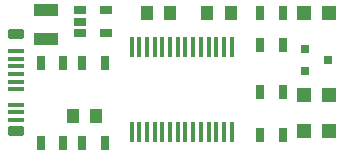
<source format=gtp>
%TF.GenerationSoftware,KiCad,Pcbnew,7.0.11*%
%TF.CreationDate,2025-12-26T11:46:50-08:00*%
%TF.ProjectId,uart-friend-c,75617274-2d66-4726-9965-6e642d632e6b,rev?*%
%TF.SameCoordinates,PX9765530PY6521e48*%
%TF.FileFunction,Paste,Top*%
%TF.FilePolarity,Positive*%
%FSLAX46Y46*%
G04 Gerber Fmt 4.6, Leading zero omitted, Abs format (unit mm)*
G04 Created by KiCad (PCBNEW 7.0.11) date 2025-12-26 11:46:50*
%MOMM*%
%LPD*%
G01*
G04 APERTURE LIST*
G04 Aperture macros list*
%AMRoundRect*
0 Rectangle with rounded corners*
0 $1 Rounding radius*
0 $2 $3 $4 $5 $6 $7 $8 $9 X,Y pos of 4 corners*
0 Add a 4 corners polygon primitive as box body*
4,1,4,$2,$3,$4,$5,$6,$7,$8,$9,$2,$3,0*
0 Add four circle primitives for the rounded corners*
1,1,$1+$1,$2,$3*
1,1,$1+$1,$4,$5*
1,1,$1+$1,$6,$7*
1,1,$1+$1,$8,$9*
0 Add four rect primitives between the rounded corners*
20,1,$1+$1,$2,$3,$4,$5,0*
20,1,$1+$1,$4,$5,$6,$7,0*
20,1,$1+$1,$6,$7,$8,$9,0*
20,1,$1+$1,$8,$9,$2,$3,0*%
G04 Aperture macros list end*
%ADD10R,1.000000X1.250000*%
%ADD11R,1.198880X1.198880*%
%ADD12R,2.029460X1.140460*%
%ADD13R,0.800100X0.800100*%
%ADD14R,0.700000X1.300000*%
%ADD15R,1.060000X0.650000*%
%ADD16R,0.450000X1.750000*%
%ADD17RoundRect,0.095000X-0.575000X0.095000X-0.575000X-0.095000X0.575000X-0.095000X0.575000X0.095000X0*%
%ADD18RoundRect,0.095000X-0.575000X0.305000X-0.575000X-0.305000X0.575000X-0.305000X0.575000X0.305000X0*%
G04 APERTURE END LIST*
D10*
%TO.C,C2*%
X6750000Y6045000D03*
X4750000Y6045000D03*
%TD*%
D11*
%TO.C,D1*%
X24350980Y7795000D03*
X26449020Y7795000D03*
%TD*%
%TO.C,D2*%
X24350980Y4795000D03*
X26449020Y4795000D03*
%TD*%
D12*
%TO.C,F1*%
X2500000Y12591040D03*
X2500000Y14998960D03*
%TD*%
D13*
%TO.C,Q1*%
X24399240Y11745000D03*
X24399240Y9845000D03*
X26398220Y10795000D03*
%TD*%
D14*
%TO.C,R1*%
X3950000Y10545000D03*
X2050000Y10545000D03*
%TD*%
%TO.C,R2*%
X7450000Y3795000D03*
X5550000Y3795000D03*
%TD*%
%TO.C,R3*%
X5550000Y10545000D03*
X7450000Y10545000D03*
%TD*%
%TO.C,R4*%
X20640000Y12045000D03*
X22540000Y12045000D03*
%TD*%
%TO.C,R5*%
X20640000Y8045000D03*
X22540000Y8045000D03*
%TD*%
%TO.C,R6*%
X20640000Y4445000D03*
X22540000Y4445000D03*
%TD*%
D15*
%TO.C,U1*%
X5400000Y14995000D03*
X5400000Y14045000D03*
X5400000Y13095000D03*
X7600000Y13095000D03*
X7600000Y14995000D03*
%TD*%
D16*
%TO.C,U2*%
X18195000Y11855000D03*
X17545000Y11855000D03*
X16895000Y11855000D03*
X16245000Y11855000D03*
X15595000Y11855000D03*
X14945000Y11855000D03*
X14295000Y11855000D03*
X13645000Y11855000D03*
X12995000Y11855000D03*
X12345000Y11855000D03*
X11695000Y11855000D03*
X11045000Y11855000D03*
X10395000Y11855000D03*
X9745000Y11855000D03*
X9745000Y4655000D03*
X10395000Y4655000D03*
X11045000Y4655000D03*
X11695000Y4655000D03*
X12345000Y4655000D03*
X12995000Y4655000D03*
X13645000Y4655000D03*
X14295000Y4655000D03*
X14945000Y4655000D03*
X15595000Y4655000D03*
X16245000Y4655000D03*
X16895000Y4655000D03*
X17545000Y4655000D03*
X18195000Y4655000D03*
%TD*%
D10*
%TO.C,C1*%
X11000000Y14795000D03*
X13000000Y14795000D03*
%TD*%
D11*
%TO.C,D3*%
X24350980Y14795000D03*
X26449020Y14795000D03*
%TD*%
D14*
%TO.C,R7*%
X20640000Y14795000D03*
X22540000Y14795000D03*
%TD*%
D10*
%TO.C,C3*%
X18145000Y14795000D03*
X16145000Y14795000D03*
%TD*%
D17*
%TO.C,P2*%
X-45000Y5700000D03*
X-45000Y6350000D03*
X-45000Y7000000D03*
X-45000Y8300000D03*
X-45000Y8950000D03*
X-45000Y9600000D03*
X-45000Y10250000D03*
X-45000Y11550000D03*
X-45000Y10900000D03*
D18*
X-45000Y12990000D03*
X-45000Y4790000D03*
%TD*%
D14*
%TO.C,R8*%
X3950000Y3795000D03*
X2050000Y3795000D03*
%TD*%
M02*

</source>
